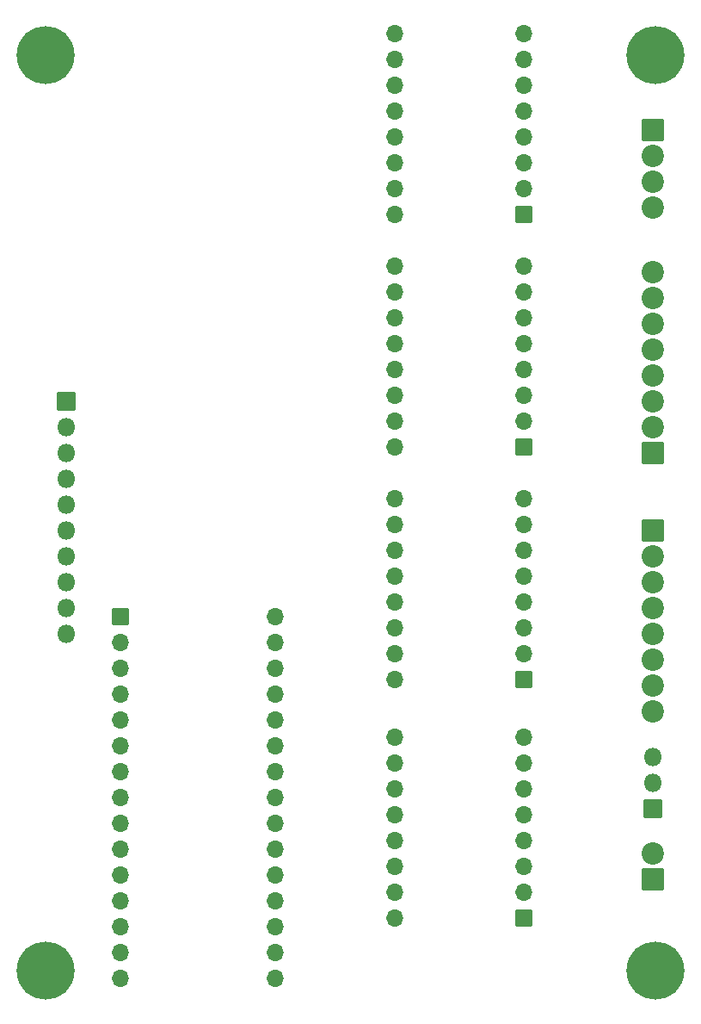
<source format=gbr>
%TF.GenerationSoftware,KiCad,Pcbnew,(6.0.4)*%
%TF.CreationDate,2023-07-24T12:38:11-04:00*%
%TF.ProjectId,BREAD_Slice,42524541-445f-4536-9c69-63652e6b6963,rev?*%
%TF.SameCoordinates,Original*%
%TF.FileFunction,Soldermask,Top*%
%TF.FilePolarity,Negative*%
%FSLAX46Y46*%
G04 Gerber Fmt 4.6, Leading zero omitted, Abs format (unit mm)*
G04 Created by KiCad (PCBNEW (6.0.4)) date 2023-07-24 12:38:11*
%MOMM*%
%LPD*%
G01*
G04 APERTURE LIST*
G04 Aperture macros list*
%AMRoundRect*
0 Rectangle with rounded corners*
0 $1 Rounding radius*
0 $2 $3 $4 $5 $6 $7 $8 $9 X,Y pos of 4 corners*
0 Add a 4 corners polygon primitive as box body*
4,1,4,$2,$3,$4,$5,$6,$7,$8,$9,$2,$3,0*
0 Add four circle primitives for the rounded corners*
1,1,$1+$1,$2,$3*
1,1,$1+$1,$4,$5*
1,1,$1+$1,$6,$7*
1,1,$1+$1,$8,$9*
0 Add four rect primitives between the rounded corners*
20,1,$1+$1,$2,$3,$4,$5,0*
20,1,$1+$1,$4,$5,$6,$7,0*
20,1,$1+$1,$6,$7,$8,$9,0*
20,1,$1+$1,$8,$9,$2,$3,0*%
G04 Aperture macros list end*
%ADD10C,5.700000*%
%ADD11RoundRect,0.050000X-0.800000X-0.800000X0.800000X-0.800000X0.800000X0.800000X-0.800000X0.800000X0*%
%ADD12O,1.700000X1.700000*%
%ADD13RoundRect,0.050000X-0.850000X-0.850000X0.850000X-0.850000X0.850000X0.850000X-0.850000X0.850000X0*%
%ADD14O,1.800000X1.800000*%
%ADD15RoundRect,0.050000X0.800000X0.800000X-0.800000X0.800000X-0.800000X-0.800000X0.800000X-0.800000X0*%
%ADD16RoundRect,0.050000X-1.050000X1.050000X-1.050000X-1.050000X1.050000X-1.050000X1.050000X1.050000X0*%
%ADD17C,2.200000*%
%ADD18RoundRect,0.050000X1.050000X-1.050000X1.050000X1.050000X-1.050000X1.050000X-1.050000X-1.050000X0*%
%ADD19RoundRect,0.050000X0.850000X0.850000X-0.850000X0.850000X-0.850000X-0.850000X0.850000X-0.850000X0*%
G04 APERTURE END LIST*
D10*
%TO.C,H1*%
X127600000Y-44800000D03*
%TD*%
%TO.C,H2*%
X187600000Y-44800000D03*
%TD*%
%TO.C,H3*%
X127600000Y-134800000D03*
%TD*%
%TO.C,H4*%
X187600000Y-134800000D03*
%TD*%
D11*
%TO.C,G1*%
X135000000Y-100000000D03*
D12*
X135000000Y-102540000D03*
X135000000Y-105080000D03*
X135000000Y-107620000D03*
X135000000Y-110160000D03*
X135000000Y-112700000D03*
X135000000Y-115240000D03*
X135000000Y-117780000D03*
X135000000Y-120320000D03*
X135000000Y-122860000D03*
X135000000Y-125400000D03*
X135000000Y-127940000D03*
X135000000Y-130480000D03*
X135000000Y-133020000D03*
X135000000Y-135560000D03*
X150240000Y-135560000D03*
X150240000Y-133020000D03*
X150240000Y-130480000D03*
X150240000Y-127940000D03*
X150240000Y-125400000D03*
X150240000Y-122860000D03*
X150240000Y-120320000D03*
X150240000Y-117780000D03*
X150240000Y-115240000D03*
X150240000Y-112700000D03*
X150240000Y-110160000D03*
X150240000Y-107620000D03*
X150240000Y-105080000D03*
X150240000Y-102540000D03*
X150240000Y-100000000D03*
%TD*%
D13*
%TO.C,J1*%
X129600000Y-78800000D03*
D14*
X129600000Y-81340000D03*
X129600000Y-83880000D03*
X129600000Y-86420000D03*
X129600000Y-88960000D03*
X129600000Y-91500000D03*
X129600000Y-94040000D03*
X129600000Y-96580000D03*
X129600000Y-99120000D03*
X129600000Y-101660000D03*
%TD*%
D15*
%TO.C,A1*%
X174670000Y-60425000D03*
D12*
X174670000Y-57885000D03*
X174670000Y-55345000D03*
X174670000Y-52805000D03*
X174670000Y-50265000D03*
X174670000Y-47725000D03*
X174670000Y-45185000D03*
X174670000Y-42645000D03*
X161970000Y-42645000D03*
X161970000Y-45185000D03*
X161970000Y-47725000D03*
X161970000Y-50265000D03*
X161970000Y-52805000D03*
X161970000Y-55345000D03*
X161970000Y-57885000D03*
X161970000Y-60425000D03*
%TD*%
D15*
%TO.C,A2*%
X174670000Y-83285000D03*
D12*
X174670000Y-80745000D03*
X174670000Y-78205000D03*
X174670000Y-75665000D03*
X174670000Y-73125000D03*
X174670000Y-70585000D03*
X174670000Y-68045000D03*
X174670000Y-65505000D03*
X161970000Y-65505000D03*
X161970000Y-68045000D03*
X161970000Y-70585000D03*
X161970000Y-73125000D03*
X161970000Y-75665000D03*
X161970000Y-78205000D03*
X161970000Y-80745000D03*
X161970000Y-83285000D03*
%TD*%
D15*
%TO.C,A3*%
X174670000Y-106145000D03*
D12*
X174670000Y-103605000D03*
X174670000Y-101065000D03*
X174670000Y-98525000D03*
X174670000Y-95985000D03*
X174670000Y-93445000D03*
X174670000Y-90905000D03*
X174670000Y-88365000D03*
X161970000Y-88365000D03*
X161970000Y-90905000D03*
X161970000Y-93445000D03*
X161970000Y-95985000D03*
X161970000Y-98525000D03*
X161970000Y-101065000D03*
X161970000Y-103605000D03*
X161970000Y-106145000D03*
%TD*%
D15*
%TO.C,A4*%
X174670000Y-129640000D03*
D12*
X174670000Y-127100000D03*
X174670000Y-124560000D03*
X174670000Y-122020000D03*
X174670000Y-119480000D03*
X174670000Y-116940000D03*
X174670000Y-114400000D03*
X174670000Y-111860000D03*
X161970000Y-111860000D03*
X161970000Y-114400000D03*
X161970000Y-116940000D03*
X161970000Y-119480000D03*
X161970000Y-122020000D03*
X161970000Y-124560000D03*
X161970000Y-127100000D03*
X161970000Y-129640000D03*
%TD*%
D16*
%TO.C,J2*%
X187370000Y-52170000D03*
D17*
X187370000Y-54710000D03*
X187370000Y-57250000D03*
X187370000Y-59790000D03*
%TD*%
D18*
%TO.C,J3*%
X187370000Y-83920000D03*
D17*
X187370000Y-81380000D03*
X187370000Y-78840000D03*
X187370000Y-76300000D03*
X187370000Y-73760000D03*
X187370000Y-71220000D03*
X187370000Y-68680000D03*
X187370000Y-66140000D03*
%TD*%
D16*
%TO.C,J4*%
X187370000Y-91540000D03*
D17*
X187370000Y-94080000D03*
X187370000Y-96620000D03*
X187370000Y-99160000D03*
X187370000Y-101700000D03*
X187370000Y-104240000D03*
X187370000Y-106780000D03*
X187370000Y-109320000D03*
%TD*%
D19*
%TO.C,J5*%
X187370000Y-118845000D03*
D14*
X187370000Y-116305000D03*
X187370000Y-113765000D03*
%TD*%
D18*
%TO.C,J6*%
X187370000Y-125830000D03*
D17*
X187370000Y-123290000D03*
%TD*%
M02*

</source>
